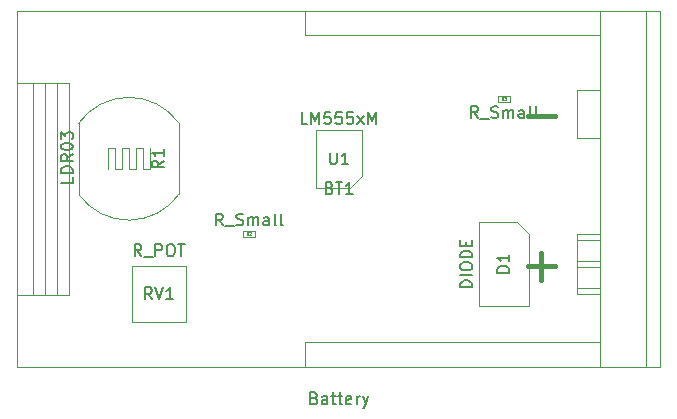
<source format=gbr>
%TF.GenerationSoftware,KiCad,Pcbnew,(5.1.9)-1*%
%TF.CreationDate,2021-03-21T15:36:51-07:00*%
%TF.ProjectId,light,6c696768-742e-46b6-9963-61645f706362,rev?*%
%TF.SameCoordinates,Original*%
%TF.FileFunction,Other,Fab,Top*%
%FSLAX46Y46*%
G04 Gerber Fmt 4.6, Leading zero omitted, Abs format (unit mm)*
G04 Created by KiCad (PCBNEW (5.1.9)-1) date 2021-03-21 15:36:51*
%MOMM*%
%LPD*%
G01*
G04 APERTURE LIST*
%ADD10C,0.100000*%
%ADD11C,0.150000*%
%ADD12C,0.040000*%
%ADD13C,0.450000*%
G04 APERTURE END LIST*
D10*
%TO.C,U1*%
X152105000Y-95160000D02*
X149180000Y-95160000D01*
X149180000Y-95160000D02*
X149180000Y-90260000D01*
X149180000Y-90260000D02*
X153080000Y-90260000D01*
X153080000Y-90260000D02*
X153080000Y-94185000D01*
X153080000Y-94185000D02*
X152105000Y-95160000D01*
%TO.C,RV1*%
X138190000Y-106540000D02*
X138190000Y-101740000D01*
X138190000Y-101740000D02*
X133590000Y-101740000D01*
X133590000Y-101740000D02*
X133590000Y-106540000D01*
X133590000Y-106540000D02*
X138190000Y-106540000D01*
X138190000Y-106160000D02*
X138190000Y-104380000D01*
X138190000Y-104380000D02*
X138190000Y-104380000D01*
X138190000Y-104380000D02*
X138190000Y-106160000D01*
X138190000Y-106160000D02*
X138190000Y-106160000D01*
X138190000Y-105270000D02*
X138190000Y-105270000D01*
%TO.C,R3*%
X165625000Y-87900000D02*
X164575000Y-87900000D01*
X165625000Y-87360000D02*
X165625000Y-87900000D01*
X164575000Y-87360000D02*
X165625000Y-87360000D01*
X164575000Y-87900000D02*
X164575000Y-87360000D01*
%TO.C,R2*%
X144035000Y-98790000D02*
X144035000Y-99330000D01*
X144035000Y-99330000D02*
X142985000Y-99330000D01*
X142985000Y-99330000D02*
X142985000Y-98790000D01*
X142985000Y-98790000D02*
X144035000Y-98790000D01*
%TO.C,R1*%
X137570220Y-89658251D02*
G75*
G03*
X129100000Y-89700000I-4220220J-3041749D01*
G01*
X129129780Y-95741749D02*
G75*
G03*
X137600000Y-95700000I4220220J3041749D01*
G01*
X135150000Y-91800000D02*
X135150000Y-93600000D01*
X135150000Y-93600000D02*
X134550000Y-93600000D01*
X134550000Y-93600000D02*
X134550000Y-91800000D01*
X134550000Y-91800000D02*
X133950000Y-91800000D01*
X133950000Y-91800000D02*
X133950000Y-93600000D01*
X133950000Y-93600000D02*
X133350000Y-93600000D01*
X133350000Y-93600000D02*
X133350000Y-91800000D01*
X133350000Y-91800000D02*
X132750000Y-91800000D01*
X132750000Y-91800000D02*
X132750000Y-93600000D01*
X132750000Y-93600000D02*
X132150000Y-93600000D01*
X132150000Y-93600000D02*
X132150000Y-91800000D01*
X132150000Y-91800000D02*
X131550000Y-91800000D01*
X131550000Y-91800000D02*
X131550000Y-93600000D01*
X129100000Y-95700000D02*
X129100000Y-89700000D01*
X137600000Y-89700000D02*
X137600000Y-95700000D01*
%TO.C,D1*%
X167200000Y-105150000D02*
X167200000Y-99050000D01*
X167200000Y-99050000D02*
X166200000Y-98050000D01*
X166200000Y-98050000D02*
X163000000Y-98050000D01*
X163000000Y-98050000D02*
X163000000Y-105150000D01*
X163000000Y-105150000D02*
X167200000Y-105150000D01*
%TO.C,BT1*%
X177110000Y-110350000D02*
X177110000Y-80150000D01*
X173260000Y-80150000D02*
X173260000Y-110350000D01*
X173260000Y-86850000D02*
X171260000Y-86850000D01*
X171260000Y-86850000D02*
X171260000Y-90950000D01*
X171260000Y-90950000D02*
X173260000Y-90950000D01*
X173260000Y-101350000D02*
X171260000Y-101350000D01*
X171260000Y-99050000D02*
X171260000Y-104150000D01*
X171260000Y-101850000D02*
X173260000Y-101850000D01*
X171260000Y-99550000D02*
X173260000Y-99550000D01*
X173260000Y-99050000D02*
X171260000Y-99050000D01*
X171260000Y-104150000D02*
X173260000Y-104150000D01*
X173260000Y-103650000D02*
X171260000Y-103650000D01*
X173260000Y-82250000D02*
X148260000Y-82250000D01*
X148260000Y-82250000D02*
X148260000Y-80150000D01*
X173260000Y-108250000D02*
X148260000Y-108250000D01*
X148260000Y-108250000D02*
X148260000Y-110350000D01*
X123860000Y-86250000D02*
X128260000Y-86250000D01*
X123860000Y-104250000D02*
X128260000Y-104250000D01*
X125260000Y-104250000D02*
X125260000Y-86250000D01*
X126260000Y-104250000D02*
X126260000Y-86250000D01*
X127260000Y-104250000D02*
X127260000Y-86250000D01*
X128260000Y-104250000D02*
X128260000Y-86250000D01*
X123860000Y-110350000D02*
X123860000Y-80150000D01*
X123860000Y-80150000D02*
X178360000Y-80150000D01*
X178360000Y-110350000D02*
X123860000Y-110350000D01*
X178360000Y-80150000D02*
X178360000Y-110350000D01*
%TD*%
%TO.C,U1*%
D11*
X148463333Y-89762380D02*
X147987142Y-89762380D01*
X147987142Y-88762380D01*
X148796666Y-89762380D02*
X148796666Y-88762380D01*
X149130000Y-89476666D01*
X149463333Y-88762380D01*
X149463333Y-89762380D01*
X150415714Y-88762380D02*
X149939523Y-88762380D01*
X149891904Y-89238571D01*
X149939523Y-89190952D01*
X150034761Y-89143333D01*
X150272857Y-89143333D01*
X150368095Y-89190952D01*
X150415714Y-89238571D01*
X150463333Y-89333809D01*
X150463333Y-89571904D01*
X150415714Y-89667142D01*
X150368095Y-89714761D01*
X150272857Y-89762380D01*
X150034761Y-89762380D01*
X149939523Y-89714761D01*
X149891904Y-89667142D01*
X151368095Y-88762380D02*
X150891904Y-88762380D01*
X150844285Y-89238571D01*
X150891904Y-89190952D01*
X150987142Y-89143333D01*
X151225238Y-89143333D01*
X151320476Y-89190952D01*
X151368095Y-89238571D01*
X151415714Y-89333809D01*
X151415714Y-89571904D01*
X151368095Y-89667142D01*
X151320476Y-89714761D01*
X151225238Y-89762380D01*
X150987142Y-89762380D01*
X150891904Y-89714761D01*
X150844285Y-89667142D01*
X152320476Y-88762380D02*
X151844285Y-88762380D01*
X151796666Y-89238571D01*
X151844285Y-89190952D01*
X151939523Y-89143333D01*
X152177619Y-89143333D01*
X152272857Y-89190952D01*
X152320476Y-89238571D01*
X152368095Y-89333809D01*
X152368095Y-89571904D01*
X152320476Y-89667142D01*
X152272857Y-89714761D01*
X152177619Y-89762380D01*
X151939523Y-89762380D01*
X151844285Y-89714761D01*
X151796666Y-89667142D01*
X152701428Y-89762380D02*
X153225238Y-89095714D01*
X152701428Y-89095714D02*
X153225238Y-89762380D01*
X153606190Y-89762380D02*
X153606190Y-88762380D01*
X153939523Y-89476666D01*
X154272857Y-88762380D01*
X154272857Y-89762380D01*
X150383333Y-92173333D02*
X150383333Y-92966666D01*
X150430000Y-93060000D01*
X150476666Y-93106666D01*
X150570000Y-93153333D01*
X150756666Y-93153333D01*
X150850000Y-93106666D01*
X150896666Y-93060000D01*
X150943333Y-92966666D01*
X150943333Y-92173333D01*
X151923333Y-93153333D02*
X151363333Y-93153333D01*
X151643333Y-93153333D02*
X151643333Y-92173333D01*
X151550000Y-92313333D01*
X151456666Y-92406666D01*
X151363333Y-92453333D01*
%TO.C,RV1*%
X134413809Y-100942380D02*
X134080476Y-100466190D01*
X133842380Y-100942380D02*
X133842380Y-99942380D01*
X134223333Y-99942380D01*
X134318571Y-99990000D01*
X134366190Y-100037619D01*
X134413809Y-100132857D01*
X134413809Y-100275714D01*
X134366190Y-100370952D01*
X134318571Y-100418571D01*
X134223333Y-100466190D01*
X133842380Y-100466190D01*
X134604285Y-101037619D02*
X135366190Y-101037619D01*
X135604285Y-100942380D02*
X135604285Y-99942380D01*
X135985238Y-99942380D01*
X136080476Y-99990000D01*
X136128095Y-100037619D01*
X136175714Y-100132857D01*
X136175714Y-100275714D01*
X136128095Y-100370952D01*
X136080476Y-100418571D01*
X135985238Y-100466190D01*
X135604285Y-100466190D01*
X136794761Y-99942380D02*
X136985238Y-99942380D01*
X137080476Y-99990000D01*
X137175714Y-100085238D01*
X137223333Y-100275714D01*
X137223333Y-100609047D01*
X137175714Y-100799523D01*
X137080476Y-100894761D01*
X136985238Y-100942380D01*
X136794761Y-100942380D01*
X136699523Y-100894761D01*
X136604285Y-100799523D01*
X136556666Y-100609047D01*
X136556666Y-100275714D01*
X136604285Y-100085238D01*
X136699523Y-99990000D01*
X136794761Y-99942380D01*
X137509047Y-99942380D02*
X138080476Y-99942380D01*
X137794761Y-100942380D02*
X137794761Y-99942380D01*
X135294761Y-104592380D02*
X134961428Y-104116190D01*
X134723333Y-104592380D02*
X134723333Y-103592380D01*
X135104285Y-103592380D01*
X135199523Y-103640000D01*
X135247142Y-103687619D01*
X135294761Y-103782857D01*
X135294761Y-103925714D01*
X135247142Y-104020952D01*
X135199523Y-104068571D01*
X135104285Y-104116190D01*
X134723333Y-104116190D01*
X135580476Y-103592380D02*
X135913809Y-104592380D01*
X136247142Y-103592380D01*
X137104285Y-104592380D02*
X136532857Y-104592380D01*
X136818571Y-104592380D02*
X136818571Y-103592380D01*
X136723333Y-103735238D01*
X136628095Y-103830476D01*
X136532857Y-103878095D01*
%TO.C,R3*%
X162909523Y-89252380D02*
X162576190Y-88776190D01*
X162338095Y-89252380D02*
X162338095Y-88252380D01*
X162719047Y-88252380D01*
X162814285Y-88300000D01*
X162861904Y-88347619D01*
X162909523Y-88442857D01*
X162909523Y-88585714D01*
X162861904Y-88680952D01*
X162814285Y-88728571D01*
X162719047Y-88776190D01*
X162338095Y-88776190D01*
X163100000Y-89347619D02*
X163861904Y-89347619D01*
X164052380Y-89204761D02*
X164195238Y-89252380D01*
X164433333Y-89252380D01*
X164528571Y-89204761D01*
X164576190Y-89157142D01*
X164623809Y-89061904D01*
X164623809Y-88966666D01*
X164576190Y-88871428D01*
X164528571Y-88823809D01*
X164433333Y-88776190D01*
X164242857Y-88728571D01*
X164147619Y-88680952D01*
X164100000Y-88633333D01*
X164052380Y-88538095D01*
X164052380Y-88442857D01*
X164100000Y-88347619D01*
X164147619Y-88300000D01*
X164242857Y-88252380D01*
X164480952Y-88252380D01*
X164623809Y-88300000D01*
X165052380Y-89252380D02*
X165052380Y-88585714D01*
X165052380Y-88680952D02*
X165100000Y-88633333D01*
X165195238Y-88585714D01*
X165338095Y-88585714D01*
X165433333Y-88633333D01*
X165480952Y-88728571D01*
X165480952Y-89252380D01*
X165480952Y-88728571D02*
X165528571Y-88633333D01*
X165623809Y-88585714D01*
X165766666Y-88585714D01*
X165861904Y-88633333D01*
X165909523Y-88728571D01*
X165909523Y-89252380D01*
X166814285Y-89252380D02*
X166814285Y-88728571D01*
X166766666Y-88633333D01*
X166671428Y-88585714D01*
X166480952Y-88585714D01*
X166385714Y-88633333D01*
X166814285Y-89204761D02*
X166719047Y-89252380D01*
X166480952Y-89252380D01*
X166385714Y-89204761D01*
X166338095Y-89109523D01*
X166338095Y-89014285D01*
X166385714Y-88919047D01*
X166480952Y-88871428D01*
X166719047Y-88871428D01*
X166814285Y-88823809D01*
X167433333Y-89252380D02*
X167338095Y-89204761D01*
X167290476Y-89109523D01*
X167290476Y-88252380D01*
X167957142Y-89252380D02*
X167861904Y-89204761D01*
X167814285Y-89109523D01*
X167814285Y-88252380D01*
D12*
X165056666Y-87747619D02*
X164970000Y-87623809D01*
X164908095Y-87747619D02*
X164908095Y-87487619D01*
X165007142Y-87487619D01*
X165031904Y-87500000D01*
X165044285Y-87512380D01*
X165056666Y-87537142D01*
X165056666Y-87574285D01*
X165044285Y-87599047D01*
X165031904Y-87611428D01*
X165007142Y-87623809D01*
X164908095Y-87623809D01*
X165143333Y-87487619D02*
X165304285Y-87487619D01*
X165217619Y-87586666D01*
X165254761Y-87586666D01*
X165279523Y-87599047D01*
X165291904Y-87611428D01*
X165304285Y-87636190D01*
X165304285Y-87698095D01*
X165291904Y-87722857D01*
X165279523Y-87735238D01*
X165254761Y-87747619D01*
X165180476Y-87747619D01*
X165155714Y-87735238D01*
X165143333Y-87722857D01*
%TO.C,R2*%
D11*
X141319523Y-98342380D02*
X140986190Y-97866190D01*
X140748095Y-98342380D02*
X140748095Y-97342380D01*
X141129047Y-97342380D01*
X141224285Y-97390000D01*
X141271904Y-97437619D01*
X141319523Y-97532857D01*
X141319523Y-97675714D01*
X141271904Y-97770952D01*
X141224285Y-97818571D01*
X141129047Y-97866190D01*
X140748095Y-97866190D01*
X141510000Y-98437619D02*
X142271904Y-98437619D01*
X142462380Y-98294761D02*
X142605238Y-98342380D01*
X142843333Y-98342380D01*
X142938571Y-98294761D01*
X142986190Y-98247142D01*
X143033809Y-98151904D01*
X143033809Y-98056666D01*
X142986190Y-97961428D01*
X142938571Y-97913809D01*
X142843333Y-97866190D01*
X142652857Y-97818571D01*
X142557619Y-97770952D01*
X142510000Y-97723333D01*
X142462380Y-97628095D01*
X142462380Y-97532857D01*
X142510000Y-97437619D01*
X142557619Y-97390000D01*
X142652857Y-97342380D01*
X142890952Y-97342380D01*
X143033809Y-97390000D01*
X143462380Y-98342380D02*
X143462380Y-97675714D01*
X143462380Y-97770952D02*
X143510000Y-97723333D01*
X143605238Y-97675714D01*
X143748095Y-97675714D01*
X143843333Y-97723333D01*
X143890952Y-97818571D01*
X143890952Y-98342380D01*
X143890952Y-97818571D02*
X143938571Y-97723333D01*
X144033809Y-97675714D01*
X144176666Y-97675714D01*
X144271904Y-97723333D01*
X144319523Y-97818571D01*
X144319523Y-98342380D01*
X145224285Y-98342380D02*
X145224285Y-97818571D01*
X145176666Y-97723333D01*
X145081428Y-97675714D01*
X144890952Y-97675714D01*
X144795714Y-97723333D01*
X145224285Y-98294761D02*
X145129047Y-98342380D01*
X144890952Y-98342380D01*
X144795714Y-98294761D01*
X144748095Y-98199523D01*
X144748095Y-98104285D01*
X144795714Y-98009047D01*
X144890952Y-97961428D01*
X145129047Y-97961428D01*
X145224285Y-97913809D01*
X145843333Y-98342380D02*
X145748095Y-98294761D01*
X145700476Y-98199523D01*
X145700476Y-97342380D01*
X146367142Y-98342380D02*
X146271904Y-98294761D01*
X146224285Y-98199523D01*
X146224285Y-97342380D01*
D12*
X143466666Y-99177619D02*
X143380000Y-99053809D01*
X143318095Y-99177619D02*
X143318095Y-98917619D01*
X143417142Y-98917619D01*
X143441904Y-98930000D01*
X143454285Y-98942380D01*
X143466666Y-98967142D01*
X143466666Y-99004285D01*
X143454285Y-99029047D01*
X143441904Y-99041428D01*
X143417142Y-99053809D01*
X143318095Y-99053809D01*
X143565714Y-98942380D02*
X143578095Y-98930000D01*
X143602857Y-98917619D01*
X143664761Y-98917619D01*
X143689523Y-98930000D01*
X143701904Y-98942380D01*
X143714285Y-98967142D01*
X143714285Y-98991904D01*
X143701904Y-99029047D01*
X143553333Y-99177619D01*
X143714285Y-99177619D01*
%TO.C,R1*%
D11*
X128602380Y-94242857D02*
X128602380Y-94719047D01*
X127602380Y-94719047D01*
X128602380Y-93909523D02*
X127602380Y-93909523D01*
X127602380Y-93671428D01*
X127650000Y-93528571D01*
X127745238Y-93433333D01*
X127840476Y-93385714D01*
X128030952Y-93338095D01*
X128173809Y-93338095D01*
X128364285Y-93385714D01*
X128459523Y-93433333D01*
X128554761Y-93528571D01*
X128602380Y-93671428D01*
X128602380Y-93909523D01*
X128602380Y-92338095D02*
X128126190Y-92671428D01*
X128602380Y-92909523D02*
X127602380Y-92909523D01*
X127602380Y-92528571D01*
X127650000Y-92433333D01*
X127697619Y-92385714D01*
X127792857Y-92338095D01*
X127935714Y-92338095D01*
X128030952Y-92385714D01*
X128078571Y-92433333D01*
X128126190Y-92528571D01*
X128126190Y-92909523D01*
X127602380Y-91719047D02*
X127602380Y-91623809D01*
X127650000Y-91528571D01*
X127697619Y-91480952D01*
X127792857Y-91433333D01*
X127983333Y-91385714D01*
X128221428Y-91385714D01*
X128411904Y-91433333D01*
X128507142Y-91480952D01*
X128554761Y-91528571D01*
X128602380Y-91623809D01*
X128602380Y-91719047D01*
X128554761Y-91814285D01*
X128507142Y-91861904D01*
X128411904Y-91909523D01*
X128221428Y-91957142D01*
X127983333Y-91957142D01*
X127792857Y-91909523D01*
X127697619Y-91861904D01*
X127650000Y-91814285D01*
X127602380Y-91719047D01*
X127602380Y-91052380D02*
X127602380Y-90433333D01*
X127983333Y-90766666D01*
X127983333Y-90623809D01*
X128030952Y-90528571D01*
X128078571Y-90480952D01*
X128173809Y-90433333D01*
X128411904Y-90433333D01*
X128507142Y-90480952D01*
X128554761Y-90528571D01*
X128602380Y-90623809D01*
X128602380Y-90909523D01*
X128554761Y-91004761D01*
X128507142Y-91052380D01*
X136302380Y-92866666D02*
X135826190Y-93200000D01*
X136302380Y-93438095D02*
X135302380Y-93438095D01*
X135302380Y-93057142D01*
X135350000Y-92961904D01*
X135397619Y-92914285D01*
X135492857Y-92866666D01*
X135635714Y-92866666D01*
X135730952Y-92914285D01*
X135778571Y-92961904D01*
X135826190Y-93057142D01*
X135826190Y-93438095D01*
X136302380Y-91914285D02*
X136302380Y-92485714D01*
X136302380Y-92200000D02*
X135302380Y-92200000D01*
X135445238Y-92295238D01*
X135540476Y-92390476D01*
X135588095Y-92485714D01*
%TO.C,D1*%
X162422380Y-103576190D02*
X161422380Y-103576190D01*
X161422380Y-103338095D01*
X161470000Y-103195238D01*
X161565238Y-103100000D01*
X161660476Y-103052380D01*
X161850952Y-103004761D01*
X161993809Y-103004761D01*
X162184285Y-103052380D01*
X162279523Y-103100000D01*
X162374761Y-103195238D01*
X162422380Y-103338095D01*
X162422380Y-103576190D01*
X162422380Y-102576190D02*
X161422380Y-102576190D01*
X161422380Y-101909523D02*
X161422380Y-101719047D01*
X161470000Y-101623809D01*
X161565238Y-101528571D01*
X161755714Y-101480952D01*
X162089047Y-101480952D01*
X162279523Y-101528571D01*
X162374761Y-101623809D01*
X162422380Y-101719047D01*
X162422380Y-101909523D01*
X162374761Y-102004761D01*
X162279523Y-102100000D01*
X162089047Y-102147619D01*
X161755714Y-102147619D01*
X161565238Y-102100000D01*
X161470000Y-102004761D01*
X161422380Y-101909523D01*
X162422380Y-101052380D02*
X161422380Y-101052380D01*
X161422380Y-100814285D01*
X161470000Y-100671428D01*
X161565238Y-100576190D01*
X161660476Y-100528571D01*
X161850952Y-100480952D01*
X161993809Y-100480952D01*
X162184285Y-100528571D01*
X162279523Y-100576190D01*
X162374761Y-100671428D01*
X162422380Y-100814285D01*
X162422380Y-101052380D01*
X161898571Y-100052380D02*
X161898571Y-99719047D01*
X162422380Y-99576190D02*
X162422380Y-100052380D01*
X161422380Y-100052380D01*
X161422380Y-99576190D01*
X165552380Y-102338095D02*
X164552380Y-102338095D01*
X164552380Y-102100000D01*
X164600000Y-101957142D01*
X164695238Y-101861904D01*
X164790476Y-101814285D01*
X164980952Y-101766666D01*
X165123809Y-101766666D01*
X165314285Y-101814285D01*
X165409523Y-101861904D01*
X165504761Y-101957142D01*
X165552380Y-102100000D01*
X165552380Y-102338095D01*
X165552380Y-100814285D02*
X165552380Y-101385714D01*
X165552380Y-101100000D02*
X164552380Y-101100000D01*
X164695238Y-101195238D01*
X164790476Y-101290476D01*
X164838095Y-101385714D01*
%TO.C,BT1*%
X149058571Y-112958571D02*
X149201428Y-113006190D01*
X149249047Y-113053809D01*
X149296666Y-113149047D01*
X149296666Y-113291904D01*
X149249047Y-113387142D01*
X149201428Y-113434761D01*
X149106190Y-113482380D01*
X148725238Y-113482380D01*
X148725238Y-112482380D01*
X149058571Y-112482380D01*
X149153809Y-112530000D01*
X149201428Y-112577619D01*
X149249047Y-112672857D01*
X149249047Y-112768095D01*
X149201428Y-112863333D01*
X149153809Y-112910952D01*
X149058571Y-112958571D01*
X148725238Y-112958571D01*
X150153809Y-113482380D02*
X150153809Y-112958571D01*
X150106190Y-112863333D01*
X150010952Y-112815714D01*
X149820476Y-112815714D01*
X149725238Y-112863333D01*
X150153809Y-113434761D02*
X150058571Y-113482380D01*
X149820476Y-113482380D01*
X149725238Y-113434761D01*
X149677619Y-113339523D01*
X149677619Y-113244285D01*
X149725238Y-113149047D01*
X149820476Y-113101428D01*
X150058571Y-113101428D01*
X150153809Y-113053809D01*
X150487142Y-112815714D02*
X150868095Y-112815714D01*
X150630000Y-112482380D02*
X150630000Y-113339523D01*
X150677619Y-113434761D01*
X150772857Y-113482380D01*
X150868095Y-113482380D01*
X151058571Y-112815714D02*
X151439523Y-112815714D01*
X151201428Y-112482380D02*
X151201428Y-113339523D01*
X151249047Y-113434761D01*
X151344285Y-113482380D01*
X151439523Y-113482380D01*
X152153809Y-113434761D02*
X152058571Y-113482380D01*
X151868095Y-113482380D01*
X151772857Y-113434761D01*
X151725238Y-113339523D01*
X151725238Y-112958571D01*
X151772857Y-112863333D01*
X151868095Y-112815714D01*
X152058571Y-112815714D01*
X152153809Y-112863333D01*
X152201428Y-112958571D01*
X152201428Y-113053809D01*
X151725238Y-113149047D01*
X152630000Y-113482380D02*
X152630000Y-112815714D01*
X152630000Y-113006190D02*
X152677619Y-112910952D01*
X152725238Y-112863333D01*
X152820476Y-112815714D01*
X152915714Y-112815714D01*
X153153809Y-112815714D02*
X153391904Y-113482380D01*
X153630000Y-112815714D02*
X153391904Y-113482380D01*
X153296666Y-113720476D01*
X153249047Y-113768095D01*
X153153809Y-113815714D01*
X150344285Y-95178571D02*
X150487142Y-95226190D01*
X150534761Y-95273809D01*
X150582380Y-95369047D01*
X150582380Y-95511904D01*
X150534761Y-95607142D01*
X150487142Y-95654761D01*
X150391904Y-95702380D01*
X150010952Y-95702380D01*
X150010952Y-94702380D01*
X150344285Y-94702380D01*
X150439523Y-94750000D01*
X150487142Y-94797619D01*
X150534761Y-94892857D01*
X150534761Y-94988095D01*
X150487142Y-95083333D01*
X150439523Y-95130952D01*
X150344285Y-95178571D01*
X150010952Y-95178571D01*
X150868095Y-94702380D02*
X151439523Y-94702380D01*
X151153809Y-95702380D02*
X151153809Y-94702380D01*
X152296666Y-95702380D02*
X151725238Y-95702380D01*
X152010952Y-95702380D02*
X152010952Y-94702380D01*
X151915714Y-94845238D01*
X151820476Y-94940476D01*
X151725238Y-94988095D01*
D13*
X167117142Y-89114285D02*
X169402857Y-89114285D01*
X167117142Y-101814285D02*
X169402857Y-101814285D01*
X168260000Y-102957142D02*
X168260000Y-100671428D01*
%TD*%
M02*

</source>
